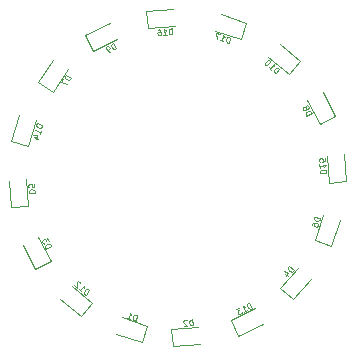
<source format=gbr>
G04 #@! TF.GenerationSoftware,KiCad,Pcbnew,(5.1.4)-1*
G04 #@! TF.CreationDate,2020-07-30T11:36:47-07:00*
G04 #@! TF.ProjectId,Kicad LED Rings,4b696361-6420-44c4-9544-2052696e6773,rev?*
G04 #@! TF.SameCoordinates,Original*
G04 #@! TF.FileFunction,Legend,Bot*
G04 #@! TF.FilePolarity,Positive*
%FSLAX46Y46*%
G04 Gerber Fmt 4.6, Leading zero omitted, Abs format (unit mm)*
G04 Created by KiCad (PCBNEW (5.1.4)-1) date 2020-07-30 11:36:47*
%MOMM*%
%LPD*%
G04 APERTURE LIST*
%ADD10C,0.100000*%
G04 APERTURE END LIST*
D10*
X106684165Y-93897765D02*
X104511001Y-93191661D01*
X107138420Y-92499712D02*
X106684165Y-93897765D01*
X104965256Y-91793608D02*
X107138420Y-92499712D01*
X111565839Y-94023147D02*
X109287883Y-94202426D01*
X109287883Y-94202426D02*
X109172548Y-92736958D01*
X109172548Y-92736958D02*
X111450504Y-92557678D01*
X97911517Y-84975692D02*
X98948886Y-87011642D01*
X98948886Y-87011642D02*
X97639106Y-87679008D01*
X97639106Y-87679008D02*
X96601738Y-85643058D01*
X118374831Y-89300399D02*
X119858820Y-87562871D01*
X119492628Y-90255087D02*
X118374831Y-89300399D01*
X120976617Y-88517560D02*
X119492628Y-90255087D01*
X95580499Y-82474834D02*
X95421105Y-80195400D01*
X97046918Y-82372292D02*
X95580499Y-82474834D01*
X96887524Y-80092858D02*
X97046918Y-82372292D01*
X123419960Y-83532662D02*
X122713856Y-85705826D01*
X122713856Y-85705826D02*
X121315803Y-85251571D01*
X121315803Y-85251571D02*
X122021907Y-83078407D01*
X100379970Y-70780270D02*
X99108835Y-72679069D01*
X99108835Y-72679069D02*
X97887287Y-71861315D01*
X97887287Y-71861315D02*
X99158423Y-69962515D01*
X121723446Y-75395412D02*
X120686078Y-73359462D01*
X123033226Y-74728046D02*
X121723446Y-75395412D01*
X121995857Y-72692096D02*
X123033226Y-74728046D01*
X101891508Y-67911006D02*
X103927458Y-66873638D01*
X102558874Y-69220786D02*
X101891508Y-67911006D01*
X104594824Y-68183417D02*
X102558874Y-69220786D01*
X118324460Y-68603903D02*
X120061987Y-70087892D01*
X120061987Y-70087892D02*
X119107299Y-71205689D01*
X119107299Y-71205689D02*
X117369771Y-69721700D01*
X101510179Y-91698409D02*
X99772651Y-90214420D01*
X102464867Y-90580612D02*
X101510179Y-91698409D01*
X100727340Y-89096623D02*
X102464867Y-90580612D01*
X116880648Y-92318437D02*
X114844698Y-93355806D01*
X114844698Y-93355806D02*
X114177332Y-92046026D01*
X114177332Y-92046026D02*
X116213282Y-91008658D01*
X97697380Y-75099862D02*
X96991276Y-77273026D01*
X96991276Y-77273026D02*
X95593223Y-76818771D01*
X95593223Y-76818771D02*
X96299327Y-74645607D01*
X122484878Y-80382230D02*
X122305598Y-78104274D01*
X123950346Y-80266895D02*
X122484878Y-80382230D01*
X123771067Y-77988939D02*
X123950346Y-80266895D01*
X107051990Y-65858118D02*
X109329946Y-65678838D01*
X107167325Y-67323586D02*
X107051990Y-65858118D01*
X109445281Y-67144307D02*
X107167325Y-67323586D01*
X113339562Y-66125000D02*
X115512726Y-66831104D01*
X115512726Y-66831104D02*
X115058471Y-68229157D01*
X115058471Y-68229157D02*
X112885307Y-67523053D01*
X106130508Y-92056181D02*
X106285016Y-91580653D01*
X106171795Y-91543865D01*
X106096505Y-91544437D01*
X106036502Y-91575010D01*
X105999142Y-91612941D01*
X105947068Y-91696160D01*
X105924995Y-91764093D01*
X105918209Y-91862027D01*
X105926139Y-91914673D01*
X105956712Y-91974677D01*
X106017287Y-92019394D01*
X106130508Y-92056181D01*
X105405893Y-91820740D02*
X105677624Y-91909030D01*
X105541759Y-91864885D02*
X105696267Y-91389357D01*
X105719483Y-91472005D01*
X105750056Y-91532008D01*
X105787987Y-91569367D01*
X110977256Y-92459498D02*
X110938027Y-91961039D01*
X110819346Y-91970379D01*
X110750006Y-91999720D01*
X110706270Y-92050928D01*
X110686270Y-92100268D01*
X110670006Y-92197081D01*
X110675610Y-92268289D01*
X110706818Y-92361366D01*
X110734291Y-92406970D01*
X110785499Y-92450706D01*
X110858576Y-92468838D01*
X110977256Y-92459498D01*
X110467040Y-92045873D02*
X110441436Y-92024005D01*
X110392096Y-92004005D01*
X110273415Y-92013345D01*
X110227811Y-92040817D01*
X110205943Y-92066421D01*
X110185943Y-92115762D01*
X110189679Y-92163234D01*
X110219019Y-92232574D01*
X110526270Y-92494991D01*
X110217700Y-92519276D01*
X98545946Y-85953312D02*
X98991450Y-85726316D01*
X98937403Y-85620244D01*
X98883761Y-85567410D01*
X98819713Y-85546600D01*
X98766475Y-85547004D01*
X98670808Y-85569027D01*
X98607165Y-85601455D01*
X98533116Y-85665906D01*
X98501497Y-85708739D01*
X98480686Y-85772787D01*
X98491900Y-85847239D01*
X98545946Y-85953312D01*
X98786073Y-85323242D02*
X98645552Y-85047454D01*
X98551502Y-85282430D01*
X98519074Y-85218786D01*
X98476241Y-85187167D01*
X98444217Y-85176762D01*
X98390979Y-85177166D01*
X98284907Y-85231212D01*
X98253287Y-85274045D01*
X98242882Y-85306069D01*
X98243286Y-85359307D01*
X98308142Y-85486594D01*
X98350975Y-85518214D01*
X98382999Y-85528619D01*
X119512273Y-87773132D02*
X119132070Y-87448408D01*
X119054755Y-87538933D01*
X119026471Y-87608711D01*
X119031755Y-87675847D01*
X119052501Y-87724878D01*
X119109458Y-87804835D01*
X119163773Y-87851224D01*
X119251655Y-87894971D01*
X119303328Y-87907792D01*
X119370464Y-87902509D01*
X119434958Y-87863657D01*
X119512273Y-87773132D01*
X118794913Y-88099797D02*
X119048382Y-88316280D01*
X118727389Y-87885568D02*
X119076278Y-88026989D01*
X118875258Y-88262353D01*
X97102423Y-81254986D02*
X97601205Y-81220108D01*
X97592901Y-81101351D01*
X97564167Y-81031757D01*
X97513342Y-80987576D01*
X97464178Y-80967146D01*
X97367511Y-80950038D01*
X97296257Y-80955020D01*
X97202912Y-80985415D01*
X97157069Y-81012489D01*
X97112888Y-81063313D01*
X97094119Y-81136229D01*
X97102423Y-81254986D01*
X97549719Y-80483811D02*
X97566327Y-80721326D01*
X97330473Y-80761686D01*
X97352564Y-80736274D01*
X97372993Y-80687110D01*
X97364689Y-80568352D01*
X97337616Y-80522510D01*
X97312203Y-80500420D01*
X97263039Y-80479990D01*
X97144282Y-80488294D01*
X97098440Y-80515367D01*
X97076349Y-80540780D01*
X97055919Y-80589944D01*
X97064223Y-80708701D01*
X97091297Y-80754543D01*
X97116709Y-80776634D01*
X121748781Y-83401751D02*
X121273253Y-83247243D01*
X121236465Y-83360464D01*
X121237037Y-83435754D01*
X121267610Y-83495757D01*
X121305541Y-83533117D01*
X121388760Y-83585191D01*
X121456693Y-83607264D01*
X121554627Y-83614050D01*
X121607273Y-83606120D01*
X121667277Y-83575547D01*
X121711994Y-83514972D01*
X121748781Y-83401751D01*
X121052527Y-83926569D02*
X121081957Y-83835992D01*
X121119316Y-83798061D01*
X121149318Y-83782774D01*
X121231966Y-83759559D01*
X121329900Y-83766345D01*
X121511054Y-83825205D01*
X121548985Y-83862564D01*
X121564271Y-83892566D01*
X121572200Y-83945212D01*
X121542770Y-84035789D01*
X121505411Y-84073720D01*
X121475409Y-84089006D01*
X121422763Y-84096935D01*
X121309542Y-84060148D01*
X121271611Y-84022788D01*
X121256325Y-83992787D01*
X121248395Y-83940141D01*
X121277826Y-83849564D01*
X121315185Y-83811633D01*
X121345187Y-83796346D01*
X121397833Y-83788417D01*
X100662300Y-71515735D02*
X100246808Y-71237588D01*
X100180582Y-71336514D01*
X100160632Y-71409116D01*
X100173712Y-71475176D01*
X100200038Y-71521452D01*
X100265934Y-71594218D01*
X100325290Y-71633953D01*
X100417677Y-71667149D01*
X100470492Y-71673853D01*
X100536553Y-71660773D01*
X100596074Y-71614662D01*
X100662300Y-71515735D01*
X99995150Y-71613509D02*
X99809718Y-71890504D01*
X100344417Y-71990584D01*
X120595686Y-74706192D02*
X121041190Y-74479196D01*
X120987143Y-74373124D01*
X120933501Y-74320290D01*
X120869453Y-74299480D01*
X120816215Y-74299884D01*
X120720548Y-74321907D01*
X120656905Y-74354335D01*
X120582856Y-74418786D01*
X120551237Y-74461619D01*
X120530426Y-74525667D01*
X120541640Y-74600119D01*
X120595686Y-74706192D01*
X120590837Y-74067334D02*
X120633670Y-74098953D01*
X120665693Y-74109358D01*
X120718932Y-74108954D01*
X120740146Y-74098145D01*
X120771766Y-74055312D01*
X120782171Y-74023288D01*
X120781767Y-73970050D01*
X120738529Y-73885192D01*
X120695696Y-73853572D01*
X120663673Y-73843167D01*
X120610434Y-73843571D01*
X120589220Y-73854381D01*
X120557600Y-73897214D01*
X120547195Y-73929238D01*
X120547599Y-73982476D01*
X120590837Y-74067334D01*
X120591241Y-74120572D01*
X120580836Y-74152595D01*
X120549216Y-74195428D01*
X120464358Y-74238666D01*
X120411120Y-74239070D01*
X120379096Y-74228665D01*
X120336263Y-74197045D01*
X120293026Y-74112187D01*
X120292622Y-74058949D01*
X120303027Y-74026925D01*
X120334647Y-73984092D01*
X120419504Y-73940855D01*
X120472743Y-73940451D01*
X120504766Y-73950856D01*
X120547599Y-73982476D01*
X104482612Y-68997533D02*
X104255616Y-68552029D01*
X104149544Y-68606076D01*
X104096710Y-68659718D01*
X104075900Y-68723766D01*
X104076304Y-68777004D01*
X104098327Y-68872671D01*
X104130755Y-68936314D01*
X104195206Y-69010363D01*
X104238039Y-69041982D01*
X104302087Y-69062793D01*
X104376539Y-69051579D01*
X104482612Y-68997533D01*
X104015894Y-69235337D02*
X103931036Y-69278574D01*
X103877798Y-69278978D01*
X103845774Y-69268573D01*
X103770918Y-69226549D01*
X103706466Y-69152500D01*
X103619991Y-68982785D01*
X103619587Y-68929546D01*
X103629992Y-68897523D01*
X103661612Y-68854690D01*
X103746470Y-68811452D01*
X103799708Y-68811048D01*
X103831732Y-68821453D01*
X103874565Y-68853073D01*
X103928611Y-68959145D01*
X103929015Y-69012383D01*
X103918610Y-69044407D01*
X103886991Y-69087240D01*
X103802133Y-69130477D01*
X103748895Y-69130882D01*
X103716871Y-69120476D01*
X103674038Y-69088857D01*
X117982816Y-71117344D02*
X118307540Y-70737141D01*
X118217015Y-70659826D01*
X118147237Y-70631541D01*
X118080101Y-70636825D01*
X118031070Y-70657572D01*
X117951113Y-70714528D01*
X117904724Y-70768843D01*
X117860977Y-70856726D01*
X117848156Y-70908399D01*
X117853439Y-70975535D01*
X117892291Y-71040029D01*
X117982816Y-71117344D01*
X117403459Y-70622526D02*
X117620718Y-70808083D01*
X117512088Y-70715305D02*
X117836812Y-70335102D01*
X117826633Y-70420342D01*
X117831916Y-70487478D01*
X117852663Y-70536509D01*
X117492819Y-70041304D02*
X117456609Y-70010378D01*
X117404936Y-69997556D01*
X117371368Y-70000198D01*
X117322337Y-70020945D01*
X117242380Y-70077902D01*
X117165065Y-70168426D01*
X117121318Y-70256309D01*
X117108496Y-70307982D01*
X117111138Y-70341550D01*
X117131885Y-70390581D01*
X117168095Y-70421507D01*
X117219768Y-70434328D01*
X117253336Y-70431686D01*
X117302367Y-70410939D01*
X117382324Y-70353983D01*
X117459639Y-70263458D01*
X117503386Y-70175575D01*
X117516208Y-70123903D01*
X117513566Y-70090335D01*
X117492819Y-70041304D01*
X101894456Y-89872704D02*
X102219180Y-89492501D01*
X102128655Y-89415186D01*
X102058877Y-89386901D01*
X101991741Y-89392185D01*
X101942710Y-89412932D01*
X101862753Y-89469888D01*
X101816364Y-89524203D01*
X101772617Y-89612086D01*
X101759796Y-89663759D01*
X101765079Y-89730895D01*
X101803931Y-89795389D01*
X101894456Y-89872704D01*
X101315099Y-89377886D02*
X101532358Y-89563443D01*
X101423728Y-89470665D02*
X101748452Y-89090462D01*
X101738273Y-89175702D01*
X101743556Y-89242838D01*
X101764303Y-89291869D01*
X101464057Y-88910189D02*
X101461416Y-88876621D01*
X101440669Y-88827590D01*
X101350144Y-88750275D01*
X101298471Y-88737453D01*
X101264903Y-88740095D01*
X101215872Y-88760842D01*
X101184946Y-88797052D01*
X101156662Y-88866829D01*
X101188364Y-89269645D01*
X100953001Y-89068625D01*
X115979976Y-90979820D02*
X115752981Y-90534316D01*
X115646909Y-90588363D01*
X115594075Y-90642005D01*
X115573264Y-90706053D01*
X115573668Y-90759291D01*
X115595691Y-90854958D01*
X115628119Y-90918601D01*
X115692571Y-90992650D01*
X115735404Y-91024269D01*
X115799451Y-91045080D01*
X115873904Y-91033866D01*
X115979976Y-90979820D01*
X115301114Y-91325717D02*
X115555687Y-91196006D01*
X115428401Y-91260861D02*
X115201405Y-90815358D01*
X115276262Y-90857383D01*
X115340310Y-90878193D01*
X115393548Y-90877789D01*
X114925618Y-90955879D02*
X114649830Y-91096400D01*
X114884805Y-91190450D01*
X114821162Y-91222878D01*
X114789542Y-91265711D01*
X114779137Y-91297735D01*
X114779541Y-91350973D01*
X114833588Y-91457045D01*
X114876421Y-91488665D01*
X114908445Y-91499070D01*
X114961683Y-91498666D01*
X115088970Y-91433810D01*
X115120589Y-91390977D01*
X115130994Y-91358953D01*
X98246077Y-75517209D02*
X97770549Y-75362701D01*
X97733761Y-75475922D01*
X97734332Y-75551212D01*
X97764906Y-75611215D01*
X97802837Y-75648575D01*
X97886056Y-75700649D01*
X97953988Y-75722722D01*
X98051923Y-75729508D01*
X98104569Y-75721578D01*
X98164572Y-75691005D01*
X98209289Y-75630430D01*
X98246077Y-75517209D01*
X98010635Y-76241824D02*
X98098926Y-75970093D01*
X98054781Y-76105958D02*
X97579252Y-75951450D01*
X97661900Y-75928234D01*
X97721904Y-75897661D01*
X97759263Y-75859730D01*
X97561181Y-76546414D02*
X97878200Y-76649419D01*
X97416815Y-76374332D02*
X97793266Y-76371474D01*
X97697617Y-76665849D01*
X121765002Y-79571297D02*
X122263461Y-79532068D01*
X122254120Y-79413387D01*
X122224780Y-79344047D01*
X122173572Y-79300311D01*
X122124231Y-79280311D01*
X122027419Y-79264047D01*
X121956210Y-79269651D01*
X121863134Y-79300860D01*
X121817530Y-79328332D01*
X121773794Y-79379540D01*
X121755662Y-79452617D01*
X121765002Y-79571297D01*
X121705224Y-78811741D02*
X121727641Y-79096575D01*
X121716432Y-78954158D02*
X122214891Y-78914929D01*
X122147419Y-78968005D01*
X122103683Y-79019213D01*
X122083683Y-79068554D01*
X122168189Y-78321525D02*
X122186870Y-78558887D01*
X121951377Y-78601304D01*
X121973245Y-78575699D01*
X121993245Y-78526359D01*
X121983904Y-78407678D01*
X121956432Y-78362074D01*
X121930828Y-78340206D01*
X121881487Y-78320206D01*
X121762807Y-78329547D01*
X121717203Y-78357019D01*
X121695335Y-78382623D01*
X121675335Y-78431963D01*
X121684675Y-78550644D01*
X121712147Y-78596248D01*
X121737751Y-78618116D01*
X109235957Y-67818057D02*
X109196728Y-67319598D01*
X109078047Y-67328939D01*
X109008707Y-67358279D01*
X108964971Y-67409487D01*
X108944971Y-67458828D01*
X108928707Y-67555640D01*
X108934311Y-67626849D01*
X108965520Y-67719925D01*
X108992992Y-67765529D01*
X109044200Y-67809265D01*
X109117277Y-67827397D01*
X109235957Y-67818057D01*
X108476401Y-67877835D02*
X108761235Y-67855418D01*
X108618818Y-67866627D02*
X108579589Y-67368168D01*
X108632665Y-67435640D01*
X108683873Y-67479376D01*
X108733214Y-67499376D01*
X108009922Y-67413002D02*
X108104866Y-67405530D01*
X108154206Y-67425530D01*
X108179811Y-67447398D01*
X108232887Y-67514870D01*
X108264095Y-67607946D01*
X108279040Y-67797835D01*
X108259040Y-67847176D01*
X108237172Y-67872780D01*
X108191568Y-67900252D01*
X108096623Y-67907724D01*
X108047283Y-67887724D01*
X108021679Y-67865856D01*
X107994207Y-67820252D01*
X107984866Y-67701572D01*
X108004866Y-67652231D01*
X108026734Y-67626627D01*
X108072338Y-67599155D01*
X108167283Y-67591682D01*
X108216623Y-67611682D01*
X108242227Y-67633550D01*
X108269700Y-67679155D01*
X114009970Y-68566177D02*
X114164478Y-68090649D01*
X114051257Y-68053861D01*
X113975967Y-68054432D01*
X113915964Y-68085006D01*
X113878604Y-68122937D01*
X113826530Y-68206156D01*
X113804457Y-68274088D01*
X113797671Y-68372023D01*
X113805601Y-68424669D01*
X113836174Y-68484672D01*
X113896749Y-68529389D01*
X114009970Y-68566177D01*
X113285355Y-68330735D02*
X113557086Y-68419026D01*
X113421221Y-68374881D02*
X113575729Y-67899352D01*
X113598945Y-67982000D01*
X113629518Y-68042004D01*
X113667449Y-68079363D01*
X113281355Y-67803704D02*
X112964336Y-67700699D01*
X113013625Y-68242445D01*
M02*

</source>
